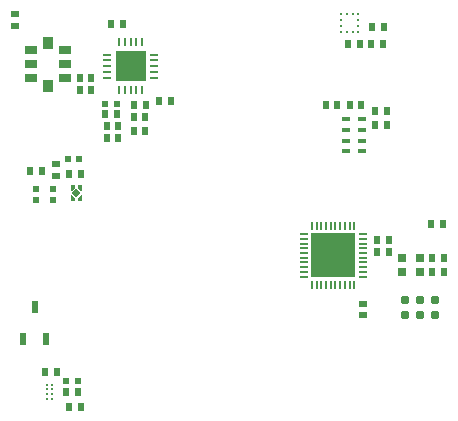
<source format=gtp>
G04 Layer_Color=7318015*
%FSLAX43Y43*%
%MOMM*%
G71*
G01*
G75*
%ADD10R,0.600X0.700*%
%ADD11R,0.600X0.500*%
%ADD12R,0.600X1.000*%
%ADD13C,0.200*%
%ADD14P,0.820X4X270.0*%
%ADD15C,0.100*%
%ADD16R,0.700X0.600*%
%ADD17R,0.500X0.550*%
%ADD18R,0.800X0.400*%
%ADD19O,0.750X0.250*%
%ADD20O,0.250X0.750*%
%ADD21R,2.600X2.600*%
%ADD22R,1.000X0.700*%
%ADD23R,0.900X1.000*%
%ADD24R,3.700X3.700*%
%ADD25O,0.200X0.700*%
%ADD26O,0.700X0.200*%
%ADD27R,0.250X0.250*%
%ADD28R,0.800X0.700*%
%ADD29C,0.787*%
G36*
X30591Y23241D02*
X30241D01*
Y23521D01*
X30461Y23741D01*
X30591D01*
Y23241D01*
D02*
G37*
G36*
X29941Y23521D02*
Y23241D01*
X29591D01*
Y23871D01*
X29941Y23521D01*
D02*
G37*
G36*
X30591Y24111D02*
X30461D01*
X30241Y24331D01*
Y24611D01*
X30591D01*
Y24111D01*
D02*
G37*
G36*
X29941Y24331D02*
X29721Y24111D01*
X29591D01*
Y24611D01*
X29941D01*
Y24331D01*
D02*
G37*
D10*
X29480Y5842D02*
D03*
X30480D02*
D03*
X30464Y25527D02*
D03*
X29464D02*
D03*
X28432Y8763D02*
D03*
X27432D02*
D03*
X34941Y31369D02*
D03*
X35941D02*
D03*
X30210Y7112D02*
D03*
X29210D02*
D03*
X52181Y31369D02*
D03*
X51181D02*
D03*
X54213D02*
D03*
X53213D02*
D03*
X33639Y29591D02*
D03*
X32639D02*
D03*
X35925Y29210D02*
D03*
X34925D02*
D03*
X33639Y28575D02*
D03*
X32639D02*
D03*
X38084Y31750D02*
D03*
X37084D02*
D03*
X33512Y30607D02*
D03*
X32512D02*
D03*
X55515Y19939D02*
D03*
X56515D02*
D03*
X55515Y18923D02*
D03*
X56515D02*
D03*
X26178Y25781D02*
D03*
X27178D02*
D03*
X56372Y30861D02*
D03*
X55372D02*
D03*
X56372Y29718D02*
D03*
X55372D02*
D03*
X31353Y32639D02*
D03*
X30353D02*
D03*
X33036Y38227D02*
D03*
X34036D02*
D03*
X31353Y33655D02*
D03*
X30353D02*
D03*
X35925Y30353D02*
D03*
X34925D02*
D03*
X55007Y36576D02*
D03*
X56007D02*
D03*
X54086D02*
D03*
X53086D02*
D03*
X56118Y37973D02*
D03*
X55118D02*
D03*
X61198Y17272D02*
D03*
X60198D02*
D03*
X61198Y18415D02*
D03*
X60198D02*
D03*
X60087Y21336D02*
D03*
X61087D02*
D03*
D11*
X29218Y8001D02*
D03*
X30218D02*
D03*
X29345Y26797D02*
D03*
X30345D02*
D03*
X32520Y31496D02*
D03*
X33520D02*
D03*
D12*
X25593Y11604D02*
D03*
X27493D02*
D03*
X26543Y14304D02*
D03*
D13*
X28013Y6512D02*
D03*
X27613D02*
D03*
X28013Y6912D02*
D03*
X27613D02*
D03*
X28013Y7312D02*
D03*
X27613D02*
D03*
X28013Y7712D02*
D03*
X27613D02*
D03*
D14*
X30091Y23926D02*
D03*
D15*
X29761Y23469D02*
D03*
X30421Y23443D02*
D03*
Y24358D02*
D03*
X29761Y24383D02*
D03*
D16*
X28321Y26400D02*
D03*
Y25400D02*
D03*
X54356Y14589D02*
D03*
Y13589D02*
D03*
X24892Y38116D02*
D03*
Y39116D02*
D03*
D17*
X26670Y23368D02*
D03*
X28070D02*
D03*
Y24318D02*
D03*
X26670D02*
D03*
D18*
X52944Y27479D02*
D03*
Y28379D02*
D03*
Y29279D02*
D03*
Y30179D02*
D03*
X54244Y27479D02*
D03*
Y28379D02*
D03*
Y29279D02*
D03*
Y30179D02*
D03*
D19*
X32646Y35671D02*
D03*
Y35171D02*
D03*
Y34671D02*
D03*
Y34171D02*
D03*
Y33671D02*
D03*
X36696D02*
D03*
Y34171D02*
D03*
Y34671D02*
D03*
Y35171D02*
D03*
Y35671D02*
D03*
D20*
X33671Y32646D02*
D03*
X34171D02*
D03*
X34671D02*
D03*
X35171D02*
D03*
X35671D02*
D03*
Y36696D02*
D03*
X35171D02*
D03*
X34671D02*
D03*
X34171D02*
D03*
X33671D02*
D03*
D21*
X34671Y34671D02*
D03*
D22*
X29156Y34874D02*
D03*
Y36074D02*
D03*
Y33674D02*
D03*
X26256D02*
D03*
Y34874D02*
D03*
Y36074D02*
D03*
D23*
X27706Y36674D02*
D03*
Y32974D02*
D03*
D24*
X51816Y18669D02*
D03*
D25*
X50016Y21169D02*
D03*
X50416D02*
D03*
X50816D02*
D03*
X51216D02*
D03*
X51616D02*
D03*
X52016D02*
D03*
X52416D02*
D03*
X52816D02*
D03*
X53216D02*
D03*
X53616D02*
D03*
Y16169D02*
D03*
X53216D02*
D03*
X52816D02*
D03*
X52416D02*
D03*
X52016D02*
D03*
X51616D02*
D03*
X51216D02*
D03*
X50816D02*
D03*
X50416D02*
D03*
X50016D02*
D03*
D26*
X54316Y20469D02*
D03*
Y20069D02*
D03*
Y19669D02*
D03*
Y19269D02*
D03*
Y18869D02*
D03*
Y18469D02*
D03*
Y18069D02*
D03*
Y17669D02*
D03*
Y17269D02*
D03*
Y16869D02*
D03*
X49316D02*
D03*
Y17269D02*
D03*
Y17669D02*
D03*
Y18069D02*
D03*
Y18469D02*
D03*
Y18869D02*
D03*
Y19269D02*
D03*
Y19669D02*
D03*
Y20069D02*
D03*
Y20469D02*
D03*
D27*
X53963Y37604D02*
D03*
X53463D02*
D03*
X52963D02*
D03*
X52463D02*
D03*
X53963Y38104D02*
D03*
X52463D02*
D03*
X53963Y38604D02*
D03*
X52463D02*
D03*
X53963Y39104D02*
D03*
X53463D02*
D03*
X52963D02*
D03*
X52463D02*
D03*
D28*
X57658Y18415D02*
D03*
X59158D02*
D03*
X57658Y17272D02*
D03*
X59158D02*
D03*
D29*
X57912Y13589D02*
D03*
X59182D02*
D03*
Y14859D02*
D03*
X60452Y13589D02*
D03*
Y14859D02*
D03*
X57912D02*
D03*
M02*

</source>
